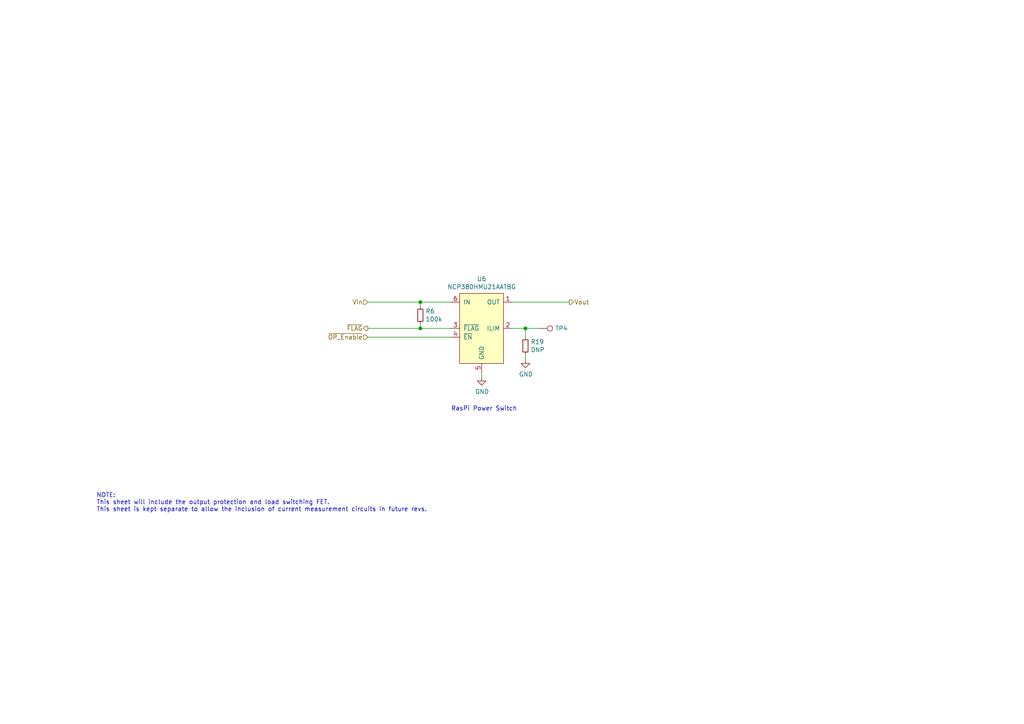
<source format=kicad_sch>
(kicad_sch (version 20210126) (generator eeschema)
  (paper "A4")
  (title_block (title "SuperPower-Leto") (date "2021-01-28") (rev "0.1") (company "SuperPower Team") (comment 1 "Drawn By: Seth Kazarians"))
  (lib_symbols
    (symbol "Connector:TestPoint" (pin_numbers hide) (pin_names (offset 0.762) hide)
      (property "Reference" "TP" (at 0 6.858 0))
      (property "Value" "TestPoint" (at 0 5.08 0))
      (symbol "TestPoint_0_1"
        (circle (center 0 3.302) (radius 0.762))
      )
      (symbol "TestPoint_1_1"
        (pin passive line (at 0 0 90) (length 2.54) (name "1") (number "1"))
      )
    )
    (symbol "Device:R_Small" (pin_numbers hide) (pin_names (offset 0.254) hide)
      (property "Reference" "R" (at 0.762 0.508 0))
      (property "Value" "R_Small" (at 0.762 -1.016 0))
      (symbol "R_Small_0_1"
        (rectangle (start -0.762 1.778) (end 0.762 -1.778) (stroke (width 0.2032)))
      )
      (symbol "R_Small_1_1"
        (pin passive line (at 0 2.54 270) (length 0.762) (name "~") (number "1"))
        (pin passive line (at 0 -2.54 90) (length 0.762) (name "~") (number "2"))
      )
    )
    (symbol "Manual_Lib:NCP380LMUAJAATBG" (pin_names (offset 1.016))
      (property "Reference" "U" (at -5.08 8.89 0))
      (property "Value" "NCP380LMUAJAATBG" (at 1.27 10.16 0))
      (symbol "NCP380LMUAJAATBG_0_1"
        (rectangle (start -6.35 7.62) (end 6.35 -12.7) (fill (type background)))
      )
      (symbol "NCP380LMUAJAATBG_1_1"
        (pin power_out line (at 8.89 5.08 180) (length 2.54) (name "OUT") (number "1"))
        (pin passive line (at 8.89 -2.54 180) (length 2.54) (name "ILIM") (number "2"))
        (pin output line (at -8.89 -2.54 0) (length 2.54) (name "~FLAG") (number "3"))
        (pin input line (at -8.89 -5.08 0) (length 2.54) (name "~EN") (number "4"))
        (pin power_in line (at 0 -15.24 90) (length 2.54) (name "GND") (number "5"))
        (pin power_in line (at -8.89 5.08 0) (length 2.54) (name "IN") (number "6"))
        (pin passive line (at 0 -15.24 90) (length 2.54) hide (name "PAD") (number "7"))
      )
    )
    (symbol "power:GND" (power) (pin_names (offset 0))
      (property "Value" "GND" (at 0 -3.81 0))
      (symbol "GND_0_1"
        (polyline (pts (xy 0 0) (xy 0 -1.27) (xy 1.27 -1.27) (xy 0 -2.54) (xy -1.27 -1.27) (xy 0 -1.27)))
      )
      (symbol "GND_1_1"
        (pin power_in line (at 0 0 270) (length 0) hide (name "GND") (number "1"))
      )
    )
  )
  (junction (at 121.92 87.63) (diameter 0.9144))
  (junction (at 121.92 95.25) (diameter 0.9144))
  (junction (at 152.4 95.25) (diameter 0.9144))
  (wire (pts (xy 106.68 87.63) (xy 121.92 87.63)))
  (wire (pts (xy 106.68 97.79) (xy 130.81 97.79)))
  (wire (pts (xy 121.92 87.63) (xy 130.81 87.63)))
  (wire (pts (xy 121.92 88.9) (xy 121.92 87.63)))
  (wire (pts (xy 121.92 95.25) (xy 106.68 95.25)))
  (wire (pts (xy 121.92 95.25) (xy 121.92 93.98)))
  (wire (pts (xy 130.81 95.25) (xy 121.92 95.25)))
  (wire (pts (xy 139.7 109.22) (xy 139.7 107.95)))
  (wire (pts (xy 148.59 87.63) (xy 165.1 87.63)))
  (wire (pts (xy 152.4 95.25) (xy 148.59 95.25)))
  (wire (pts (xy 152.4 97.79) (xy 152.4 95.25)))
  (wire (pts (xy 152.4 104.14) (xy 152.4 102.87)))
  (wire (pts (xy 156.21 95.25) (xy 152.4 95.25)))
  (text "NOTE:\nThis sheet will include the output protection and load switching FET.\nThis sheet is kept separate to allow the inclusion of current measurement circuits in future revs." (at 27.94 148.59 0) (effects (font (size 1.27 1.27)) (justify left bottom)))
  (text "RasPi Power Switch" (at 130.81 119.38 0) (effects (font (size 1.27 1.27)) (justify left bottom)))
  (hierarchical_label "Vin" (shape input) (at 106.68 87.63 180))
  (hierarchical_label "~FLAG" (shape output) (at 106.68 95.25 180))
  (hierarchical_label "~OP_Enable" (shape input) (at 106.68 97.79 180))
  (hierarchical_label "Vout" (shape output) (at 165.1 87.63 0))
  (symbol (lib_id "Connector:TestPoint") (at 156.21 95.25 270)
    (property "Reference" "TP4" (at 160.9852 95.25 90) (effects (justify left)))
    (property "Value" "DNP" (effects hide))
    (property "Footprint" "TestPoint:TestPoint_Pad_1.0x1.0mm" (effects hide))
    (property "Mfg" "DNP" (effects hide))
  )
  (symbol (lib_id "power:GND") (at 139.7 109.22 0) (unit 1)
    (property "Reference" "#PWR08" (effects hide))
    (property "Value" "GND" (at 139.827 113.6142 0))
  )
  (symbol (lib_id "power:GND") (at 152.4 104.14 0) (unit 1)
    (property "Reference" "#PWR050" (effects hide))
    (property "Value" "GND" (at 152.527 108.5342 0))
  )
  (symbol (lib_id "Device:R_Small") (at 121.92 91.44 0) (unit 1)
    (property "Reference" "R6" (at 123.4186 90.2716 0) (effects (justify left)))
    (property "Value" "100k" (at 123.4186 92.583 0) (effects (justify left)))
    (property "Footprint" "Resistor_SMD:R_0402_1005Metric" (effects hide))
    (property "Digi-Key PN" "311-100KLRCT-ND" (effects hide))
    (property "Mfg" "Yageo" (effects hide))
    (property "Mfg PN" "RC0402FR-07100KL" (effects hide))
  )
  (symbol (lib_id "Device:R_Small") (at 152.4 100.33 0) (unit 1)
    (property "Reference" "R19" (at 153.8986 99.1616 0) (effects (justify left)))
    (property "Value" "DNP" (at 153.8986 101.473 0) (effects (justify left)))
    (property "Footprint" "Resistor_SMD:R_0603_1608Metric" (effects hide))
    (property "Digi-Key PN" "DNP" (effects hide))
    (property "Mfg" "DNP" (effects hide))
    (property "Mfg PN" "DNP" (effects hide))
  )
  (symbol (lib_id "Manual_Lib:NCP380LMUAJAATBG") (at 139.7 92.71 0) (unit 1)
    (property "Reference" "U6" (at 139.7 80.899 0))
    (property "Value" "NCP380HMU21AATBG" (at 139.7 83.2104 0))
    (property "Footprint" "SuperPower-RPi-KiCAD:UDFN-6-1EP_2x2mm_P0.65mm_EP0.95x1.7mm" (effects hide))
    (property "Datasheet" "https://www.onsemi.com/pub/Collateral/NCP380-D.PDF" (effects hide))
    (property "Mfg" "On Semi" (effects hide))
    (property "Mfg PN" "NCP380HMU21AATBG" (effects hide))
    (property "Digi-Key PN" "NCP380HMU21AATBGOSCT-ND" (effects hide))
  )
)
</source>
